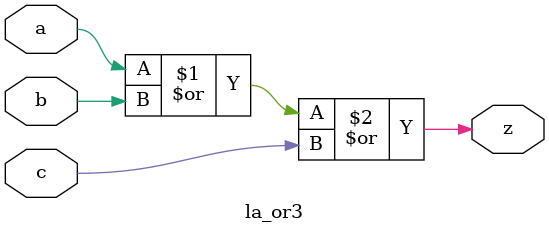
<source format=v>

module la_or3 #(parameter PROP = "DEFAULT")  (
    input a,
    input b,
    input c,
    output z
   );

   assign z = a | b | c ;

endmodule

</source>
